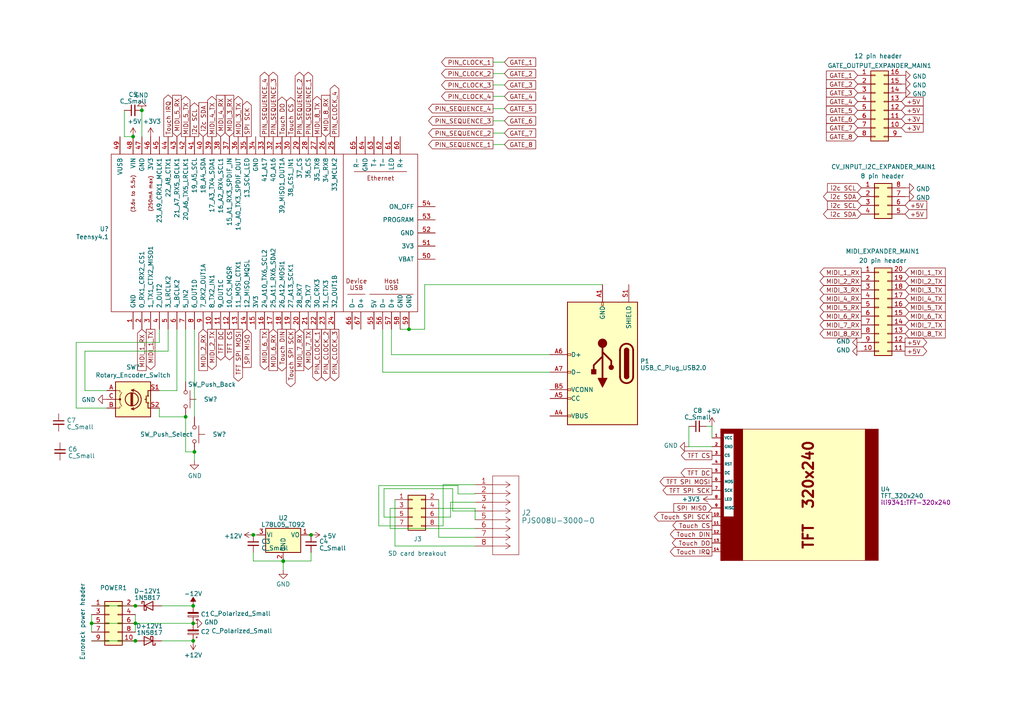
<source format=kicad_sch>
(kicad_sch (version 20230121) (generator eeschema)
  (paper "A4")
  (lib_symbols
    (symbol "2023-04-07_14-22-102:PJS008U-3000-0" (pin_names (offset 0.254) hide)
      (property "Reference" "J" (at 8.89 6.35 0))
      (property "Value" "PJS008U-3000-0" (at 10.16 -10.16 0))
      (symbol "PJS008U-3000-0_1_1"
        (pin bidirectional line (at 0 0 0) (length 5.08) (name "DAT2") (number "1"))
        (pin unspecified line (at 0 -2.54 0) (length 5.08) (name "CD/DAT3") (number "2"))
        (pin unspecified line (at 0 -5.08 0) (length 5.08) (name "CMD") (number "3"))
        (pin power_in line (at 0 -7.62 0) (length 5.08) (name "VDD") (number "4"))
        (pin unspecified line (at 0 -10.16 0) (length 5.08) (name "CLK") (number "5"))
        (pin power_in line (at 0 -12.7 0) (length 5.08) (name "VSS") (number "6"))
        (pin bidirectional line (at 0 -15.24 0) (length 5.08) (name "DAT0") (number "7"))
        (pin bidirectional line (at 0 -17.78 0) (length 5.08) (name "DAT1") (number "8"))
      )
    )
    (symbol "Connector:USB_C_Plug_USB2.0" (pin_names (offset 1.016))
      (property "Reference" "P" (at -10.16 19.05 0))
      (property "Value" "USB_C_Plug_USB2.0" (at 12.7 19.05 0))
      (symbol "USB_C_Plug_USB2.0_1_1"
        (pin passive line (at 0 -22.86 90) (length 5.08) (name "GND") (number "A1"))
        (pin passive line (at 0 -22.86 90) (length 5.08) hide (name "GND") (number "A12"))
        (pin passive line (at 15.24 15.24 180) (length 5.08) (name "VBUS") (number "A4"))
        (pin bidirectional line (at 15.24 10.16 180) (length 5.08) (name "CC") (number "A5"))
        (pin bidirectional line (at 15.24 -2.54 180) (length 5.08) (name "D+") (number "A6"))
        (pin bidirectional line (at 15.24 2.54 180) (length 5.08) (name "D-") (number "A7"))
        (pin passive line (at 15.24 15.24 180) (length 5.08) hide (name "VBUS") (number "A9"))
        (pin passive line (at 0 -22.86 90) (length 5.08) hide (name "GND") (number "B1"))
        (pin passive line (at 0 -22.86 90) (length 5.08) hide (name "GND") (number "B12"))
        (pin passive line (at 15.24 15.24 180) (length 5.08) hide (name "VBUS") (number "B4"))
        (pin bidirectional line (at 15.24 7.62 180) (length 5.08) (name "VCONN") (number "B5"))
        (pin passive line (at 15.24 15.24 180) (length 5.08) hide (name "VBUS") (number "B9"))
        (pin passive line (at -7.62 -22.86 90) (length 5.08) (name "SHIELD") (number "S1"))
      )
    )
    (symbol "Connector_Generic:Conn_02x04_Counter_Clockwise" (pin_names (offset 1.016) hide)
      (property "Reference" "J" (at 1.27 5.08 0))
      (property "Value" "Conn_02x04_Counter_Clockwise" (at 1.27 -7.62 0))
      (symbol "Conn_02x04_Counter_Clockwise_1_1"
        (pin passive line (at -5.08 2.54 0) (length 3.81) (name "Pin_1") (number "1"))
        (pin passive line (at -5.08 0 0) (length 3.81) (name "Pin_2") (number "2"))
        (pin passive line (at -5.08 -2.54 0) (length 3.81) (name "Pin_3") (number "3"))
        (pin passive line (at -5.08 -5.08 0) (length 3.81) (name "Pin_4") (number "4"))
        (pin passive line (at 7.62 -5.08 180) (length 3.81) (name "Pin_5") (number "5"))
        (pin passive line (at 7.62 -2.54 180) (length 3.81) (name "Pin_6") (number "6"))
        (pin passive line (at 7.62 0 180) (length 3.81) (name "Pin_7") (number "7"))
        (pin passive line (at 7.62 2.54 180) (length 3.81) (name "Pin_8") (number "8"))
      )
    )
    (symbol "Connector_Generic:Conn_02x04_Odd_Even" (pin_names (offset 1.016) hide)
      (property "Reference" "J" (at 1.27 5.08 0))
      (property "Value" "Conn_02x04_Odd_Even" (at 1.27 -7.62 0))
      (symbol "Conn_02x04_Odd_Even_1_1"
        (pin passive line (at -5.08 2.54 0) (length 3.81) (name "Pin_1") (number "1"))
        (pin passive line (at 7.62 2.54 180) (length 3.81) (name "Pin_2") (number "2"))
        (pin passive line (at -5.08 0 0) (length 3.81) (name "Pin_3") (number "3"))
        (pin passive line (at 7.62 0 180) (length 3.81) (name "Pin_4") (number "4"))
        (pin passive line (at -5.08 -2.54 0) (length 3.81) (name "Pin_5") (number "5"))
        (pin passive line (at 7.62 -2.54 180) (length 3.81) (name "Pin_6") (number "6"))
        (pin passive line (at -5.08 -5.08 0) (length 3.81) (name "Pin_7") (number "7"))
        (pin passive line (at 7.62 -5.08 180) (length 3.81) (name "Pin_8") (number "8"))
      )
    )
    (symbol "Connector_Generic:Conn_02x05_Odd_Even" (pin_names (offset 1.016) hide)
      (property "Reference" "J" (at 1.27 7.62 0))
      (property "Value" "Conn_02x05_Odd_Even" (at 1.27 -7.62 0))
      (symbol "Conn_02x05_Odd_Even_1_1"
        (pin passive line (at -5.08 5.08 0) (length 3.81) (name "Pin_1") (number "1"))
        (pin passive line (at 7.62 -5.08 180) (length 3.81) (name "Pin_10") (number "10"))
        (pin passive line (at 7.62 5.08 180) (length 3.81) (name "Pin_2") (number "2"))
        (pin passive line (at -5.08 2.54 0) (length 3.81) (name "Pin_3") (number "3"))
        (pin passive line (at 7.62 2.54 180) (length 3.81) (name "Pin_4") (number "4"))
        (pin passive line (at -5.08 0 0) (length 3.81) (name "Pin_5") (number "5"))
        (pin passive line (at 7.62 0 180) (length 3.81) (name "Pin_6") (number "6"))
        (pin passive line (at -5.08 -2.54 0) (length 3.81) (name "Pin_7") (number "7"))
        (pin passive line (at 7.62 -2.54 180) (length 3.81) (name "Pin_8") (number "8"))
        (pin passive line (at -5.08 -5.08 0) (length 3.81) (name "Pin_9") (number "9"))
      )
    )
    (symbol "Connector_Generic:Conn_02x08_Counter_Clockwise" (pin_names (offset 1.016) hide)
      (property "Reference" "J" (at 1.27 10.16 0))
      (property "Value" "Conn_02x08_Counter_Clockwise" (at 1.27 -12.7 0))
      (symbol "Conn_02x08_Counter_Clockwise_1_1"
        (pin passive line (at -5.08 7.62 0) (length 3.81) (name "Pin_1") (number "1"))
        (pin passive line (at 7.62 -7.62 180) (length 3.81) (name "Pin_10") (number "10"))
        (pin passive line (at 7.62 -5.08 180) (length 3.81) (name "Pin_11") (number "11"))
        (pin passive line (at 7.62 -2.54 180) (length 3.81) (name "Pin_12") (number "12"))
        (pin passive line (at 7.62 0 180) (length 3.81) (name "Pin_13") (number "13"))
        (pin passive line (at 7.62 2.54 180) (length 3.81) (name "Pin_14") (number "14"))
        (pin passive line (at 7.62 5.08 180) (length 3.81) (name "Pin_15") (number "15"))
        (pin passive line (at 7.62 7.62 180) (length 3.81) (name "Pin_16") (number "16"))
        (pin passive line (at -5.08 5.08 0) (length 3.81) (name "Pin_2") (number "2"))
        (pin passive line (at -5.08 2.54 0) (length 3.81) (name "Pin_3") (number "3"))
        (pin passive line (at -5.08 0 0) (length 3.81) (name "Pin_4") (number "4"))
        (pin passive line (at -5.08 -2.54 0) (length 3.81) (name "Pin_5") (number "5"))
        (pin passive line (at -5.08 -5.08 0) (length 3.81) (name "Pin_6") (number "6"))
        (pin passive line (at -5.08 -7.62 0) (length 3.81) (name "Pin_7") (number "7"))
        (pin passive line (at -5.08 -10.16 0) (length 3.81) (name "Pin_8") (number "8"))
        (pin passive line (at 7.62 -10.16 180) (length 3.81) (name "Pin_9") (number "9"))
      )
    )
    (symbol "Connector_Generic:Conn_02x10_Counter_Clockwise" (pin_names (offset 1.016) hide)
      (property "Reference" "J" (at 1.27 12.7 0))
      (property "Value" "Conn_02x10_Counter_Clockwise" (at 1.27 -15.24 0))
      (symbol "Conn_02x10_Counter_Clockwise_1_1"
        (pin passive line (at -5.08 10.16 0) (length 3.81) (name "Pin_1") (number "1"))
        (pin passive line (at -5.08 -12.7 0) (length 3.81) (name "Pin_10") (number "10"))
        (pin passive line (at 7.62 -12.7 180) (length 3.81) (name "Pin_11") (number "11"))
        (pin passive line (at 7.62 -10.16 180) (length 3.81) (name "Pin_12") (number "12"))
        (pin passive line (at 7.62 -7.62 180) (length 3.81) (name "Pin_13") (number "13"))
        (pin passive line (at 7.62 -5.08 180) (length 3.81) (name "Pin_14") (number "14"))
        (pin passive line (at 7.62 -2.54 180) (length 3.81) (name "Pin_15") (number "15"))
        (pin passive line (at 7.62 0 180) (length 3.81) (name "Pin_16") (number "16"))
        (pin passive line (at 7.62 2.54 180) (length 3.81) (name "Pin_17") (number "17"))
        (pin passive line (at 7.62 5.08 180) (length 3.81) (name "Pin_18") (number "18"))
        (pin passive line (at 7.62 7.62 180) (length 3.81) (name "Pin_19") (number "19"))
        (pin passive line (at -5.08 7.62 0) (length 3.81) (name "Pin_2") (number "2"))
        (pin passive line (at 7.62 10.16 180) (length 3.81) (name "Pin_20") (number "20"))
        (pin passive line (at -5.08 5.08 0) (length 3.81) (name "Pin_3") (number "3"))
        (pin passive line (at -5.08 2.54 0) (length 3.81) (name "Pin_4") (number "4"))
        (pin passive line (at -5.08 0 0) (length 3.81) (name "Pin_5") (number "5"))
        (pin passive line (at -5.08 -2.54 0) (length 3.81) (name "Pin_6") (number "6"))
        (pin passive line (at -5.08 -5.08 0) (length 3.81) (name "Pin_7") (number "7"))
        (pin passive line (at -5.08 -7.62 0) (length 3.81) (name "Pin_8") (number "8"))
        (pin passive line (at -5.08 -10.16 0) (length 3.81) (name "Pin_9") (number "9"))
      )
    )
    (symbol "Device:C_Polarized_Small" (pin_numbers hide) (pin_names (offset 0.254) hide)
      (property "Reference" "C" (at 0.254 1.778 0))
      (property "Value" "C_Polarized_Small" (at 0.254 -2.032 0))
      (symbol "C_Polarized_Small_1_1"
        (pin passive line (at 0 2.54 270) (length 1.8542) (name "~") (number "1"))
        (pin passive line (at 0 -2.54 90) (length 1.8542) (name "~") (number "2"))
      )
    )
    (symbol "Device:C_Small" (pin_numbers hide) (pin_names (offset 0.254) hide)
      (property "Reference" "C" (at 0.254 1.778 0))
      (property "Value" "C_Small" (at 0.254 -2.032 0))
      (symbol "C_Small_1_1"
        (pin passive line (at 0 2.54 270) (length 2.032) (name "~") (number "1"))
        (pin passive line (at 0 -2.54 90) (length 2.032) (name "~") (number "2"))
      )
    )
    (symbol "Diode:1N5817" (pin_numbers hide) (pin_names (offset 1.016) hide)
      (property "Reference" "D" (at 0 2.54 0))
      (property "Value" "1N5817" (at 0 -2.54 0))
      (symbol "1N5817_1_1"
        (pin passive line (at -3.81 0 0) (length 2.54) (name "K") (number "1"))
        (pin passive line (at 3.81 0 180) (length 2.54) (name "A") (number "2"))
      )
    )
    (symbol "Regulator_Linear:L78L05_TO92" (pin_names (offset 0.254))
      (property "Reference" "U" (at -3.81 3.175 0))
      (property "Value" "L78L05_TO92" (at 0 3.175 0))
      (symbol "L78L05_TO92_1_1"
        (pin power_out line (at 7.62 0 180) (length 2.54) (name "VO") (number "1"))
        (pin power_in line (at 0 -7.62 90) (length 2.54) (name "GND") (number "2"))
        (pin power_in line (at -7.62 0 0) (length 2.54) (name "VI") (number "3"))
      )
    )
    (symbol "Switch:SW_Push" (pin_numbers hide) (pin_names (offset 1.016) hide)
      (property "Reference" "SW" (at 1.27 2.54 0))
      (property "Value" "SW_Push" (at 0 -1.524 0))
      (symbol "SW_Push_0_1"
        (pin passive line (at -5.08 0 0) (length 2.54) (name "1") (number "1"))
        (pin passive line (at 5.08 0 180) (length 2.54) (name "2") (number "2"))
      )
    )
    (symbol "power:+12V" (power) (pin_names (offset 0))
      (property "Value" "+12V" (at 0 3.556 0))
      (symbol "+12V_1_1"
        (pin power_in line (at 0 0 90) (length 0) hide (name "+12V") (number "1"))
      )
    )
    (symbol "power:+3V3" (power) (pin_names (offset 0))
      (property "Value" "+3V3" (at 0 3.556 0))
      (symbol "+3V3_1_1"
        (pin power_in line (at 0 0 90) (length 0) hide (name "+3V3") (number "1"))
      )
    )
    (symbol "power:+5V" (power) (pin_names (offset 0))
      (property "Value" "+5V" (at 0 3.556 0))
      (symbol "+5V_1_1"
        (pin power_in line (at 0 0 90) (length 0) hide (name "+5V") (number "1"))
      )
    )
    (symbol "power:-12V" (power) (pin_names (offset 0))
      (property "Value" "-12V" (at 0 3.81 0))
      (symbol "-12V_0_0"
        (pin power_in line (at 0 0 90) (length 0) hide (name "-12V") (number "1"))
      )
    )
    (symbol "power:GND" (power) (pin_names (offset 0))
      (property "Value" "GND" (at 0 -3.81 0))
      (symbol "GND_1_1"
        (pin power_in line (at 0 0 270) (length 0) hide (name "GND") (number "1"))
      )
    )
    (symbol "tft_320x240:TFT_320x240" (pin_names (offset 1.016))
      (property "Reference" "U?" (at 20.32 25.4001 0))
      (property "Value" "TFT_320x240" (at 20.32 22.8601 0))
      (property "Footprint" "z_Devices:TFT-320x240" (at 20.32 20.3201 0))
      (symbol "TFT_320x240_0_0"
        (text "TFT  320x240" (at 0 25.4 0) (effects (font (size 2.9972 2.9972) bold)))
      )
      (symbol "TFT_320x240_1_1"
        (pin power_in line (at -16.51 -2.54 90) (length 2.54) (name "VCC") (number "1"))
        (pin bidirectional line (at 6.35 -2.54 90) (length 2.54) (name "~") (number "10"))
        (pin bidirectional line (at 8.89 -2.54 90) (length 2.54) (name "~") (number "11"))
        (pin bidirectional line (at 11.43 -2.54 90) (length 2.54) (name "~") (number "12"))
        (pin bidirectional line (at 13.97 -2.54 90) (length 2.54) (name "~") (number "13"))
        (pin bidirectional line (at 16.51 -2.54 90) (length 2.54) (name "~") (number "14"))
        (pin bidirectional line (at -13.97 -2.54 90) (length 2.54) (name "GND") (number "2"))
        (pin bidirectional line (at -11.43 -2.54 90) (length 2.54) (name "CS") (number "3"))
        (pin bidirectional line (at -8.89 -2.54 90) (length 2.54) (name "RST") (number "4"))
        (pin bidirectional line (at -6.35 -2.54 90) (length 2.54) (name "DC") (number "5"))
        (pin bidirectional line (at -3.81 -2.54 90) (length 2.54) (name "MOSI") (number "6"))
        (pin bidirectional line (at -1.27 -2.54 90) (length 2.54) (name "SCK") (number "7"))
        (pin power_in line (at 1.27 -2.54 90) (length 2.54) (name "LED") (number "8"))
        (pin bidirectional line (at 3.81 -2.54 90) (length 2.54) (name "MISO") (number "9"))
      )
    )
    (symbol "usb_midi_clocker circuits-rescue:Rotary_Encoder_Switch-Device" (pin_names (offset 0.254) hide)
      (property "Reference" "SW" (at 0 6.604 0))
      (property "Value" "Device_Rotary_Encoder_Switch" (at 0 -6.604 0))
      (symbol "Rotary_Encoder_Switch-Device_1_1"
        (pin passive line (at -7.62 2.54 0) (length 2.54) (name "A") (number "A"))
        (pin passive line (at -7.62 -2.54 0) (length 2.54) (name "B") (number "B"))
        (pin passive line (at -7.62 0 0) (length 2.54) (name "C") (number "C"))
        (pin passive line (at 7.62 2.54 180) (length 2.54) (name "S1") (number "S1"))
        (pin passive line (at 7.62 -2.54 180) (length 2.54) (name "S2") (number "S2"))
      )
    )
    (symbol "usb_midi_clocker circuits-rescue:Teensy4.1-teensy" (pin_names (offset 1.016))
      (property "Reference" "U" (at 0 64.77 0))
      (property "Value" "teensy_Teensy4.1" (at 0 62.23 0))
      (symbol "Teensy4.1-teensy_0_0"
        (text "(250mA max)" (at 11.43 49.53 0) (effects (font (size 1.016 1.016))))
        (text "(3.6v to 5.5v)" (at 11.43 54.61 0) (effects (font (size 1.016 1.016))))
        (text "Device" (at -13.97 -10.16 900) (effects (font (size 1.27 1.27))))
        (text "Ethernet" (at 15.875 -17.145 900) (effects (font (size 1.27 1.27))))
        (text "Host" (at -13.97 -20.32 900) (effects (font (size 1.27 1.27))))
        (text "USB" (at -15.875 -20.32 900) (effects (font (size 1.27 1.27))))
        (text "USB" (at -15.875 -10.16 900) (effects (font (size 1.27 1.27))))
        (pin bidirectional line (at -27.94 31.75 0) (length 5.08) (name "8_TX2_IN1") (number "10"))
        (pin bidirectional line (at -27.94 29.21 0) (length 5.08) (name "9_OUT1C") (number "11"))
        (pin bidirectional line (at -27.94 26.67 0) (length 5.08) (name "10_CS_MQSR") (number "12"))
        (pin bidirectional line (at -27.94 24.13 0) (length 5.08) (name "11_MOSI_CTX1") (number "13"))
        (pin bidirectional line (at -27.94 21.59 0) (length 5.08) (name "12_MISO_MQSL") (number "14"))
        (pin power_in line (at -27.94 19.05 0) (length 5.08) (name "3V3") (number "15"))
        (pin bidirectional line (at -27.94 16.51 0) (length 5.08) (name "24_A10_TX6_SCL2") (number "16"))
        (pin bidirectional line (at -27.94 13.97 0) (length 5.08) (name "25_A11_RX6_SDA2") (number "17"))
        (pin bidirectional line (at -27.94 11.43 0) (length 5.08) (name "26_A12_MOSI1") (number "18"))
        (pin bidirectional line (at -27.94 8.89 0) (length 5.08) (name "27_A13_SCK1") (number "19"))
        (pin bidirectional line (at -27.94 6.35 0) (length 5.08) (name "28_RX7") (number "20"))
        (pin bidirectional line (at -27.94 3.81 0) (length 5.08) (name "29_TX7") (number "21"))
        (pin bidirectional line (at -27.94 1.27 0) (length 5.08) (name "30_CRX3") (number "22"))
        (pin bidirectional line (at -27.94 -1.27 0) (length 5.08) (name "31_CTX3") (number "23"))
        (pin bidirectional line (at -27.94 -3.81 0) (length 5.08) (name "32_OUT1B") (number "24"))
        (pin bidirectional line (at 27.94 -3.81 180) (length 5.08) (name "33_MCLK2") (number "25"))
        (pin bidirectional line (at 27.94 -1.27 180) (length 5.08) (name "34_RX8") (number "26"))
        (pin bidirectional line (at 27.94 1.27 180) (length 5.08) (name "35_TX8") (number "27"))
        (pin bidirectional line (at 27.94 3.81 180) (length 5.08) (name "36_CS") (number "28"))
        (pin bidirectional line (at 27.94 6.35 180) (length 5.08) (name "37_CS") (number "29"))
        (pin bidirectional line (at 27.94 8.89 180) (length 5.08) (name "38_CS1_IN1") (number "30"))
        (pin bidirectional line (at 27.94 11.43 180) (length 5.08) (name "39_MISO1_OUT1A") (number "31"))
        (pin bidirectional line (at 27.94 13.97 180) (length 5.08) (name "40_A16") (number "32"))
        (pin bidirectional line (at 27.94 16.51 180) (length 5.08) (name "41_A17") (number "33"))
        (pin bidirectional line (at 27.94 21.59 180) (length 5.08) (name "13_SCK_LED") (number "35"))
        (pin bidirectional line (at 27.94 24.13 180) (length 5.08) (name "14_A0_TX3_SPDIF_OUT") (number "36"))
        (pin bidirectional line (at 27.94 26.67 180) (length 5.08) (name "15_A1_RX3_SPDIF_IN") (number "37"))
        (pin bidirectional line (at 27.94 29.21 180) (length 5.08) (name "16_A2_RX4_SCL1") (number "38"))
        (pin bidirectional line (at 27.94 31.75 180) (length 5.08) (name "17_A3_TX4_SDA1") (number "39"))
        (pin bidirectional line (at 27.94 34.29 180) (length 5.08) (name "18_A4_SDA") (number "40"))
        (pin bidirectional line (at 27.94 36.83 180) (length 5.08) (name "19_A5_SCL") (number "41"))
        (pin bidirectional line (at 27.94 39.37 180) (length 5.08) (name "20_A6_TX5_LRCLK1") (number "42"))
        (pin bidirectional line (at 27.94 41.91 180) (length 5.08) (name "21_A7_RX5_BCLK1") (number "43"))
        (pin bidirectional line (at 27.94 44.45 180) (length 5.08) (name "22_A8_CTX1") (number "44"))
        (pin bidirectional line (at 27.94 46.99 180) (length 5.08) (name "23_A9_CRX1_MCLK1") (number "45"))
        (pin output line (at 27.94 49.53 180) (length 5.08) (name "3V3") (number "46"))
        (pin output line (at 27.94 52.07 180) (length 5.08) (name "GND") (number "47"))
        (pin power_in line (at 27.94 54.61 180) (length 5.08) (name "VIN") (number "48"))
        (pin power_out line (at 27.94 58.42 180) (length 5.08) (name "VUSB") (number "49"))
        (pin bidirectional line (at -27.94 44.45 0) (length 5.08) (name "3_LRCLK2") (number "5"))
        (pin power_in line (at -7.62 -33.02 90) (length 5.08) (name "VBAT") (number "50"))
        (pin power_in line (at -3.81 -33.02 90) (length 5.08) (name "3V3") (number "51"))
        (pin input line (at 0 -33.02 90) (length 5.08) (name "GND") (number "52"))
        (pin input line (at 3.81 -33.02 90) (length 5.08) (name "PROGRAM") (number "53"))
        (pin input line (at 7.62 -33.02 90) (length 5.08) (name "ON_OFF") (number "54"))
        (pin power_out line (at -27.94 -15.24 0) (length 5.08) (name "5V") (number "55"))
        (pin bidirectional line (at -27.94 -17.78 0) (length 5.08) (name "D-") (number "56"))
        (pin bidirectional line (at -27.94 -20.32 0) (length 5.08) (name "D+") (number "57"))
        (pin power_in line (at -27.94 -22.86 0) (length 5.08) (name "GND") (number "58"))
        (pin power_in line (at -27.94 -25.4 0) (length 5.08) (name "GND") (number "59"))
        (pin bidirectional line (at -27.94 41.91 0) (length 5.08) (name "4_BCLK2") (number "6"))
        (pin bidirectional line (at 27.94 -22.86 180) (length 5.08) (name "R+") (number "60"))
        (pin bidirectional line (at 27.94 -20.32 180) (length 5.08) (name "LED") (number "61"))
        (pin bidirectional line (at 27.94 -17.78 180) (length 5.08) (name "T-") (number "62"))
        (pin bidirectional line (at 27.94 -15.24 180) (length 5.08) (name "T+") (number "63"))
        (pin power_in line (at 27.94 -12.7 180) (length 5.08) (name "GND") (number "64"))
        (pin bidirectional line (at 27.94 -10.16 180) (length 5.08) (name "R-") (number "65"))
        (pin bidirectional line (at -27.94 -8.89 0) (length 5.08) (name "D-") (number "66"))
        (pin bidirectional line (at -27.94 -11.43 0) (length 5.08) (name "D+") (number "67"))
        (pin bidirectional line (at -27.94 39.37 0) (length 5.08) (name "5_IN2") (number "7"))
        (pin bidirectional line (at -27.94 36.83 0) (length 5.08) (name "6_OUT1D") (number "8"))
        (pin bidirectional line (at -27.94 34.29 0) (length 5.08) (name "7_RX2_OUT1A") (number "9"))
      )
      (symbol "Teensy4.1-teensy_1_1"
        (pin power_in line (at -27.94 54.61 0) (length 5.08) (name "GND") (number "1"))
        (pin bidirectional line (at -27.94 52.07 0) (length 5.08) (name "0_RX1_CRX2_CS1") (number "2"))
        (pin bidirectional line (at -27.94 49.53 0) (length 5.08) (name "1_TX1_CTX2_MISO1") (number "3"))
        (pin power_in line (at 27.94 19.05 180) (length 5.08) (name "GND") (number "34"))
        (pin bidirectional line (at -27.94 46.99 0) (length 5.08) (name "2_OUT2") (number "4"))
      )
    )
  )
  (junction (at 73.4568 155.1432))
  (junction (at 56.0324 175.7172))
  (junction (at 39.2684 175.7172))
  (junction (at 118.618 95.504))
  (junction (at 56.0324 185.8772))
  (junction (at 39.2684 180.7972))
  (junction (at 41.148 32.004))
  (junction (at 90.2208 155.1432))
  (junction (at 56.0324 180.7972))
  (junction (at 82.1436 162.7124))
  (junction (at 39.2684 185.8772))
  (junction (at 26.5684 180.7972))
  (junction (at 38.608 39.624))
  (junction (at 53.848 120.904))
  (junction (at 56.388 131.064))
  (junction (at 82.1436 162.7632))
  (wire (pts (xy 143.002 31.496) (xy 146.304 31.496)))
  (wire (pts (xy 132.842 140.843) (xy 132.842 143.256)))
  (wire (pts (xy 56.388 95.504) (xy 56.388 120.904)))
  (wire (pts (xy 26.5684 185.8772) (xy 39.2684 185.8772)))
  (wire (pts (xy 143.002 18.034) (xy 146.304 18.034)))
  (wire (pts (xy 73.4568 155.1432) (xy 74.5236 155.1432)))
  (wire (pts (xy 137.795 147.447) (xy 137.795 150.749)))
  (wire (pts (xy 114.554 149.987) (xy 111.379 149.987)))
  (wire (pts (xy 46.8884 185.8772) (xy 56.0324 185.8772)))
  (wire (pts (xy 46.228 95.504) (xy 46.228 99.314)))
  (wire (pts (xy 56.388 131.064) (xy 56.388 133.604)))
  (wire (pts (xy 51.308 113.284) (xy 46.228 113.284)))
  (wire (pts (xy 159.512 102.87) (xy 113.538 102.87)))
  (wire (pts (xy 143.002 24.638) (xy 146.304 24.638)))
  (wire (pts (xy 24.638 101.854) (xy 24.638 113.284)))
  (wire (pts (xy 39.2684 178.2572) (xy 39.2684 180.7972)))
  (wire (pts (xy 113.538 102.87) (xy 113.538 95.504)))
  (wire (pts (xy 73.4568 162.7124) (xy 82.1436 162.7124)))
  (wire (pts (xy 26.5684 180.7972) (xy 26.5684 183.3372)))
  (wire (pts (xy 51.308 95.504) (xy 51.308 113.284)))
  (wire (pts (xy 114.554 158.369) (xy 137.795 158.369)))
  (wire (pts (xy 199.7964 129.54) (xy 206.502 129.54)))
  (wire (pts (xy 24.638 113.284) (xy 30.988 113.284)))
  (wire (pts (xy 82.1436 162.7632) (xy 82.1436 165.3032)))
  (wire (pts (xy 143.002 21.336) (xy 146.304 21.336)))
  (wire (pts (xy 143.002 41.91) (xy 146.304 41.91)))
  (wire (pts (xy 118.618 95.504) (xy 116.078 95.504)))
  (wire (pts (xy 48.768 95.504) (xy 48.768 101.854)))
  (wire (pts (xy 41.148 32.004) (xy 41.148 39.624)))
  (wire (pts (xy 36.068 32.004) (xy 36.068 39.624)))
  (wire (pts (xy 127.254 147.447) (xy 137.795 147.447)))
  (wire (pts (xy 143.002 27.94) (xy 146.304 27.94)))
  (wire (pts (xy 204.8764 123.6472) (xy 206.502 123.6472)))
  (wire (pts (xy 82.1436 162.7124) (xy 82.1436 162.7632)))
  (wire (pts (xy 22.098 118.364) (xy 30.988 118.364)))
  (wire (pts (xy 53.848 120.904) (xy 53.848 131.064)))
  (wire (pts (xy 114.554 152.527) (xy 109.855 152.527)))
  (wire (pts (xy 123.19 82.55) (xy 123.19 95.504)))
  (wire (pts (xy 132.842 143.256) (xy 137.795 143.256)))
  (wire (pts (xy 174.752 82.55) (xy 123.19 82.55)))
  (wire (pts (xy 39.2684 180.7972) (xy 56.0324 180.7972)))
  (wire (pts (xy 111.379 149.987) (xy 111.379 141.732)))
  (wire (pts (xy 46.228 118.364) (xy 46.228 120.904)))
  (wire (pts (xy 53.848 95.504) (xy 53.848 110.744)))
  (wire (pts (xy 131.318 148.209) (xy 137.795 148.209)))
  (wire (pts (xy 46.8884 175.7172) (xy 56.0324 175.7172)))
  (wire (pts (xy 36.068 39.624) (xy 38.608 39.624)))
  (wire (pts (xy 128.524 152.527) (xy 128.524 140.589)))
  (wire (pts (xy 109.855 152.527) (xy 109.855 140.843)))
  (wire (pts (xy 48.768 101.854) (xy 24.638 101.854)))
  (wire (pts (xy 131.318 141.732) (xy 131.318 148.209)))
  (wire (pts (xy 22.098 99.314) (xy 22.098 118.364)))
  (wire (pts (xy 143.002 38.608) (xy 146.304 38.608)))
  (wire (pts (xy 130.683 149.987) (xy 130.683 145.669)))
  (wire (pts (xy 26.5684 175.7172) (xy 39.2684 175.7172)))
  (wire (pts (xy 111.379 141.732) (xy 131.318 141.732)))
  (wire (pts (xy 127.254 152.527) (xy 128.524 152.527)))
  (wire (pts (xy 73.4568 160.2232) (xy 73.4568 162.7124)))
  (wire (pts (xy 127.254 149.987) (xy 130.683 149.987)))
  (wire (pts (xy 127.254 155.829) (xy 137.795 155.829)))
  (wire (pts (xy 90.2208 160.2232) (xy 90.2208 162.7124)))
  (wire (pts (xy 206.502 123.6472) (xy 206.502 127)))
  (wire (pts (xy 113.157 147.447) (xy 113.157 153.289)))
  (wire (pts (xy 39.2684 180.7972) (xy 39.2684 183.3372)))
  (wire (pts (xy 130.683 145.669) (xy 137.795 145.669)))
  (wire (pts (xy 26.5684 178.2572) (xy 26.5684 180.7972)))
  (wire (pts (xy 110.998 107.95) (xy 159.512 107.95)))
  (wire (pts (xy 110.998 95.504) (xy 110.998 107.95)))
  (wire (pts (xy 137.795 143.256) (xy 137.795 143.129)))
  (wire (pts (xy 127.254 144.907) (xy 127.254 155.829)))
  (wire (pts (xy 114.554 144.907) (xy 114.554 158.369)))
  (wire (pts (xy 46.228 120.904) (xy 53.848 120.904)))
  (wire (pts (xy 143.002 35.052) (xy 146.304 35.052)))
  (wire (pts (xy 128.524 140.589) (xy 137.795 140.589)))
  (wire (pts (xy 53.848 131.064) (xy 56.388 131.064)))
  (wire (pts (xy 90.2208 162.7124) (xy 82.1436 162.7124)))
  (wire (pts (xy 109.855 140.843) (xy 132.842 140.843)))
  (wire (pts (xy 113.157 153.289) (xy 137.795 153.289)))
  (wire (pts (xy 114.554 147.447) (xy 113.157 147.447)))
  (wire (pts (xy 26.5684 180.7972) (xy 39.2684 180.7972)))
  (wire (pts (xy 123.19 95.504) (xy 118.618 95.504)))
  (wire (pts (xy 46.228 99.314) (xy 22.098 99.314)))
  (wire (pts (xy 199.7964 123.6472) (xy 199.7964 129.54)))
  (wire (pts (xy 89.7636 155.1432) (xy 90.2208 155.1432)))
  (global_label "PIN_SEQUENCE_4" (shape output) (at 76.708 39.624 90) (property "Intersheetrefs" "${INTERSHEET_REFS}" (effects hide)))
  (global_label "i2c SCL" (shape output) (at 56.388 39.624 90) (property "Intersheetrefs" "${INTERSHEET_REFS}" (effects hide)))
  (global_label "PIN_CLOCK_2" (shape output) (at 143.002 21.336 180) (property "Intersheetrefs" "${INTERSHEET_REFS}" (effects hide)))
  (global_label "+5V" (shape input) (at 261.4676 32.004 0) (property "Intersheetrefs" "${INTERSHEET_REFS}" (effects hide)))
  (global_label "Touch IRQ" (shape output) (at 48.768 39.624 90) (property "Intersheetrefs" "${INTERSHEET_REFS}" (effects hide)))
  (global_label "MIDI_5_RX" (shape output) (at 249.809 89.154 180) (property "Intersheetrefs" "${INTERSHEET_REFS}" (effects hide)))
  (global_label "PIN_SEQUENCE_1" (shape output) (at 89.408 39.624 90) (property "Intersheetrefs" "${INTERSHEET_REFS}" (effects hide)))
  (global_label "GATE_1" (shape input) (at 146.304 18.034 0) (property "Intersheetrefs" "${INTERSHEET_REFS}" (effects hide)))
  (global_label "+5V" (shape input) (at 262.509 59.563 0) (property "Intersheetrefs" "${INTERSHEET_REFS}" (effects hide)))
  (global_label "PIN_CLOCK_3" (shape output) (at 97.028 95.504 270) (property "Intersheetrefs" "${INTERSHEET_REFS}" (effects hide)))
  (global_label "PIN_CLOCK_4" (shape output) (at 97.028 39.624 90) (property "Intersheetrefs" "${INTERSHEET_REFS}" (effects hide)))
  (global_label "MIDI_4_TX" (shape input) (at 262.509 86.614 0) (property "Intersheetrefs" "${INTERSHEET_REFS}" (effects hide)))
  (global_label "GATE_6" (shape input) (at 248.7676 34.544 180) (property "Intersheetrefs" "${INTERSHEET_REFS}" (effects hide)))
  (global_label "+5V" (shape output) (at 262.509 99.314 0) (property "Intersheetrefs" "${INTERSHEET_REFS}" (effects hide)))
  (global_label "PIN_SEQUENCE_2" (shape output) (at 86.868 39.624 90) (property "Intersheetrefs" "${INTERSHEET_REFS}" (effects hide)))
  (global_label "PIN_CLOCK_4" (shape output) (at 143.002 27.94 180) (property "Intersheetrefs" "${INTERSHEET_REFS}" (effects hide)))
  (global_label "MIDI_3_RX" (shape output) (at 249.809 84.074 180) (property "Intersheetrefs" "${INTERSHEET_REFS}" (effects hide)))
  (global_label "MIDI_3_TX" (shape input) (at 262.509 84.074 0) (property "Intersheetrefs" "${INTERSHEET_REFS}" (effects hide)))
  (global_label "MIDI_5_TX" (shape input) (at 262.509 89.154 0) (property "Intersheetrefs" "${INTERSHEET_REFS}" (effects hide)))
  (global_label "MIDI_7_RX" (shape input) (at 86.868 95.504 270) (property "Intersheetrefs" "${INTERSHEET_REFS}" (effects hide)))
  (global_label "+5V" (shape output) (at 262.509 101.854 0) (property "Intersheetrefs" "${INTERSHEET_REFS}" (effects hide)))
  (global_label "GATE_3" (shape input) (at 248.7676 26.924 180) (property "Intersheetrefs" "${INTERSHEET_REFS}" (effects hide)))
  (global_label "MIDI_8_TX" (shape output) (at 91.948 39.624 90) (property "Intersheetrefs" "${INTERSHEET_REFS}" (effects hide)))
  (global_label "+5V" (shape input) (at 261.4676 29.464 0) (property "Intersheetrefs" "${INTERSHEET_REFS}" (effects hide)))
  (global_label "MIDI_8_RX" (shape input) (at 94.488 39.624 90) (property "Intersheetrefs" "${INTERSHEET_REFS}" (effects hide)))
  (global_label "MIDI_2_TX" (shape input) (at 262.509 81.534 0) (property "Intersheetrefs" "${INTERSHEET_REFS}" (effects hide)))
  (global_label "MIDI_8_RX" (shape output) (at 249.809 96.774 180) (property "Intersheetrefs" "${INTERSHEET_REFS}" (effects hide)))
  (global_label "PIN_SEQUENCE_3" (shape output) (at 143.002 35.052 180) (property "Intersheetrefs" "${INTERSHEET_REFS}" (effects hide)))
  (global_label "MIDI_7_TX" (shape input) (at 262.509 94.234 0) (property "Intersheetrefs" "${INTERSHEET_REFS}" (effects hide)))
  (global_label "i2c SCL" (shape input) (at 249.809 54.483 180) (property "Intersheetrefs" "${INTERSHEET_REFS}" (effects hide)))
  (global_label "MIDI_1_TX" (shape output) (at 43.688 95.504 270) (property "Intersheetrefs" "${INTERSHEET_REFS}" (effects hide)))
  (global_label "GATE_5" (shape input) (at 146.304 31.496 0) (property "Intersheetrefs" "${INTERSHEET_REFS}" (effects hide)))
  (global_label "MIDI_8_TX" (shape input) (at 262.509 96.774 0) (property "Intersheetrefs" "${INTERSHEET_REFS}" (effects hide)))
  (global_label "Touch DO" (shape output) (at 81.788 39.624 90) (property "Intersheetrefs" "${INTERSHEET_REFS}" (effects hide)))
  (global_label "i2c SDA" (shape input) (at 58.928 39.624 90) (property "Intersheetrefs" "${INTERSHEET_REFS}" (effects hide)))
  (global_label "MIDI_3_TX" (shape output) (at 69.088 39.624 90) (property "Intersheetrefs" "${INTERSHEET_REFS}" (effects hide)))
  (global_label "i2c SDA" (shape bidirectional) (at 249.809 57.023 180) (property "Intersheetrefs" "${INTERSHEET_REFS}" (effects hide)))
  (global_label "MIDI_6_RX" (shape input) (at 79.248 95.504 270) (property "Intersheetrefs" "${INTERSHEET_REFS}" (effects hide)))
  (global_label "TFT SPI MOSI" (shape output) (at 69.088 95.504 270) (property "Intersheetrefs" "${INTERSHEET_REFS}" (effects hide)))
  (global_label "+3V" (shape input) (at 261.4676 37.084 0) (property "Intersheetrefs" "${INTERSHEET_REFS}" (effects hide)))
  (global_label "PIN_SEQUENCE_4" (shape output) (at 143.002 31.496 180) (property "Intersheetrefs" "${INTERSHEET_REFS}" (effects hide)))
  (global_label "PIN_CLOCK_1" (shape output) (at 143.002 18.034 180) (property "Intersheetrefs" "${INTERSHEET_REFS}" (effects hide)))
  (global_label "TFT CS" (shape output) (at 66.548 95.504 270) (property "Intersheetrefs" "${INTERSHEET_REFS}" (effects hide)))
  (global_label "MIDI_4_TX" (shape output) (at 61.468 39.624 90) (property "Intersheetrefs" "${INTERSHEET_REFS}" (effects hide)))
  (global_label "MIDI_3_RX" (shape input) (at 66.548 39.624 90) (property "Intersheetrefs" "${INTERSHEET_REFS}" (effects hide)))
  (global_label "Touch IRQ" (shape output) (at 206.502 160.02 180) (property "Intersheetrefs" "${INTERSHEET_REFS}" (effects hide)))
  (global_label "Touch CS" (shape output) (at 206.502 152.4 180) (property "Intersheetrefs" "${INTERSHEET_REFS}" (effects hide)))
  (global_label "MIDI_7_TX" (shape output) (at 89.408 95.504 270) (property "Intersheetrefs" "${INTERSHEET_REFS}" (effects hide)))
  (global_label "TFT SPI SCK" (shape output) (at 206.502 142.24 180) (property "Intersheetrefs" "${INTERSHEET_REFS}" (effects hide)))
  (global_label "MIDI_5_RX" (shape input) (at 51.308 39.624 90) (property "Intersheetrefs" "${INTERSHEET_REFS}" (effects hide)))
  (global_label "GATE_6" (shape input) (at 146.304 35.052 0) (property "Intersheetrefs" "${INTERSHEET_REFS}" (effects hide)))
  (global_label "SPI MISO" (shape input) (at 206.502 147.32 180) (property "Intersheetrefs" "${INTERSHEET_REFS}" (effects hide)))
  (global_label "MIDI_1_RX" (shape output) (at 249.809 78.994 180) (property "Intersheetrefs" "${INTERSHEET_REFS}" (effects hide)))
  (global_label "GATE_4" (shape input) (at 248.7676 29.464 180) (property "Intersheetrefs" "${INTERSHEET_REFS}" (effects hide)))
  (global_label "TFT DC" (shape output) (at 206.502 137.16 180) (property "Intersheetrefs" "${INTERSHEET_REFS}" (effects hide)))
  (global_label "GATE_7" (shape input) (at 146.304 38.608 0) (property "Intersheetrefs" "${INTERSHEET_REFS}" (effects hide)))
  (global_label "PIN_CLOCK_3" (shape output) (at 143.002 24.638 180) (property "Intersheetrefs" "${INTERSHEET_REFS}" (effects hide)))
  (global_label "PIN_CLOCK_1" (shape output) (at 91.948 95.504 270) (property "Intersheetrefs" "${INTERSHEET_REFS}" (effects hide)))
  (global_label "Touch SPI SCK" (shape output) (at 206.502 149.86 180) (property "Intersheetrefs" "${INTERSHEET_REFS}" (effects hide)))
  (global_label "MIDI_6_TX" (shape input) (at 262.509 91.694 0) (property "Intersheetrefs" "${INTERSHEET_REFS}" (effects hide)))
  (global_label "SPI SCK" (shape output) (at 71.628 39.624 90) (property "Intersheetrefs" "${INTERSHEET_REFS}" (effects hide)))
  (global_label "PIN_SEQUENCE_1" (shape output) (at 143.002 41.91 180) (property "Intersheetrefs" "${INTERSHEET_REFS}" (effects hide)))
  (global_label "PIN_SEQUENCE_3" (shape output) (at 79.248 39.624 90) (property "Intersheetrefs" "${INTERSHEET_REFS}" (effects hide)))
  (global_label "TFT SPI MOSI" (shape output) (at 206.502 139.7 180) (property "Intersheetrefs" "${INTERSHEET_REFS}" (effects hide)))
  (global_label "Touch CS" (shape output) (at 84.328 39.624 90) (property "Intersheetrefs" "${INTERSHEET_REFS}" (effects hide)))
  (global_label "SPI MISO" (shape input) (at 71.628 95.504 270) (property "Intersheetrefs" "${INTERSHEET_REFS}" (effects hide)))
  (global_label "GATE_8" (shape input) (at 146.304 41.91 0) (property "Intersheetrefs" "${INTERSHEET_REFS}" (effects hide)))
  (global_label "MIDI_2_TX" (shape output) (at 61.468 95.504 270) (property "Intersheetrefs" "${INTERSHEET_REFS}" (effects hide)))
  (global_label "MIDI_1_RX" (shape input) (at 41.148 95.504 270) (property "Intersheetrefs" "${INTERSHEET_REFS}" (effects hide)))
  (global_label "MIDI_1_TX" (shape input) (at 262.509 78.994 0) (property "Intersheetrefs" "${INTERSHEET_REFS}" (effects hide)))
  (global_label "TFT DC" (shape output) (at 64.008 95.504 270) (property "Intersheetrefs" "${INTERSHEET_REFS}" (effects hide)))
  (global_label "Touch DO" (shape output) (at 206.502 157.48 180) (property "Intersheetrefs" "${INTERSHEET_REFS}" (effects hide)))
  (global_label "MIDI_7_RX" (shape output) (at 249.809 94.234 180) (property "Intersheetrefs" "${INTERSHEET_REFS}" (effects hide)))
  (global_label "GATE_3" (shape input) (at 146.304 24.638 0) (property "Intersheetrefs" "${INTERSHEET_REFS}" (effects hide)))
  (global_label "PIN_CLOCK_2" (shape output) (at 94.488 95.504 270) (property "Intersheetrefs" "${INTERSHEET_REFS}" (effects hide)))
  (global_label "GATE_4" (shape input) (at 146.304 27.94 0) (property "Intersheetrefs" "${INTERSHEET_REFS}" (effects hide)))
  (global_label "MIDI_2_RX" (shape input) (at 58.928 95.504 270) (property "Intersheetrefs" "${INTERSHEET_REFS}" (effects hide)))
  (global_label "Touch DIN" (shape output) (at 206.502 154.94 180) (property "Intersheetrefs" "${INTERSHEET_REFS}" (effects hide)))
  (global_label "MIDI_2_RX" (shape output) (at 249.809 81.534 180) (property "Intersheetrefs" "${INTERSHEET_REFS}" (effects hide)))
  (global_label "+5V" (shape input) (at 262.509 62.103 0) (property "Intersheetrefs" "${INTERSHEET_REFS}" (effects hide)))
  (global_label "GATE_2" (shape input) (at 248.7676 24.384 180) (property "Intersheetrefs" "${INTERSHEET_REFS}" (effects hide)))
  (global_label "TFT CS" (shape output) (at 206.502 132.08 180) (property "Intersheetrefs" "${INTERSHEET_REFS}" (effects hide)))
  (global_label "GATE_2" (shape input) (at 146.304 21.336 0) (property "Intersheetrefs" "${INTERSHEET_REFS}" (effects hide)))
  (global_label "MIDI_4_RX" (shape input) (at 64.008 39.624 90) (property "Intersheetrefs" "${INTERSHEET_REFS}" (effects hide)))
  (global_label "GATE_1" (shape input) (at 248.7676 21.844 180) (property "Intersheetrefs" "${INTERSHEET_REFS}" (effects hide)))
  (global_label "MIDI_6_RX" (shape output) (at 249.809 91.694 180) (property "Intersheetrefs" "${INTERSHEET_REFS}" (effects hide)))
  (global_label "i2c SCL" (shape input) (at 249.809 59.563 180) (property "Intersheetrefs" "${INTERSHEET_REFS}" (effects hide)))
  (global_label "GATE_7" (shape input) (at 248.7676 37.084 180) (property "Intersheetrefs" "${INTERSHEET_REFS}" (effects hide)))
  (global_label "Touch DIN" (shape output) (at 81.788 95.504 270) (property "Intersheetrefs" "${INTERSHEET_REFS}" (effects hide)))
  (global_label "GATE_8" (shape input) (at 248.7676 39.624 180) (property "Intersheetrefs" "${INTERSHEET_REFS}" (effects hide)))
  (global_label "Touch SPI SCK" (shape output) (at 84.328 95.504 270) (property "Intersheetrefs" "${INTERSHEET_REFS}" (effects hide)))
  (global_label "MIDI_5_TX" (shape output) (at 53.848 39.624 90) (property "Intersheetrefs" "${INTERSHEET_REFS}" (effects hide)))
  (global_label "GATE_5" (shape input) (at 248.7676 32.004 180) (property "Intersheetrefs" "${INTERSHEET_REFS}" (effects hide)))
  (global_label "PIN_SEQUENCE_2" (shape output) (at 143.002 38.608 180) (property "Intersheetrefs" "${INTERSHEET_REFS}" (effects hide)))
  (global_label "i2c SDA" (shape bidirectional) (at 249.809 62.103 180) (property "Intersheetrefs" "${INTERSHEET_REFS}" (effects hide)))
  (global_label "+3V" (shape input) (at 261.4676 34.544 0) (property "Intersheetrefs" "${INTERSHEET_REFS}" (effects hide)))
  (global_label "MIDI_4_RX" (shape output) (at 249.809 86.614 180) (property "Intersheetrefs" "${INTERSHEET_REFS}" (effects hide)))
  (global_label "MIDI_6_TX" (shape output) (at 76.708 95.504 270) (property "Intersheetrefs" "${INTERSHEET_REFS}" (effects hide)))
  (symbol (lib_id "power:GND") (at 262.509 57.023 90) (unit 1)
    (property "Reference" "#PWR032" (effects hide))
    (property "Value" "GND" (at 265.684 57.3398 90) (effects (justify right)))
  )
  (symbol (lib_id "Switch:SW_Push") (at 53.848 115.824 270) (unit 1)
    (property "Reference" "SW?" (at 61.087 115.824 90))
    (property "Value" "SW_Push_Back" (at 61.468 111.506 90))
    (property "Footprint" "Button_Switch_THT:SW_PUSH_6mm_H13mm" (effects hide))
    (instances (project "usb_midi_clocker circuits" (path "" (reference "SW?") (unit 1)) (path "" (reference "SW2") (unit 1))))
  )
  (symbol (lib_id "power:GND") (at 41.148 32.004 180) (unit 1)
    (property "Reference" "#PWR?" (effects hide))
    (property "Value" "GND" (at 41.021 27.6098 0))
    (instances (project "usb_midi_clocker circuits" (path "" (reference "#PWR?") (unit 1)) (path "" (reference "#PWR03") (unit 1))))
  )
  (symbol (lib_id "power:GND") (at 261.4676 26.924 90) (unit 1)
    (property "Reference" "#PWR038" (effects hide))
    (property "Value" "GND" (at 264.6426 27.2408 90) (effects (justify right)))
  )
  (symbol (lib_id "Connector_Generic:Conn_02x04_Odd_Even") (at 119.634 147.447 0) (unit 1)
    (property "Reference" "J3" (at 121.158 156.337 0))
    (property "Value" "SD card breakout" (at 121.031 160.528 0))
    (property "Footprint" "Connector_PinHeader_2.54mm:PinHeader_2x04_P2.54mm_Vertical" (effects hide))
  )
  (symbol (lib_id "Diode:1N5817") (at 43.0784 185.8772 180) (unit 1)
    (property "Reference" "D+12V1" (at 43.3959 181.5973 0))
    (property "Value" "1N5817" (at 43.3959 183.5183 0))
    (property "Footprint" "Diode_THT:D_DO-41_SOD81_P10.16mm_Horizontal" (effects hide))
    (property "Datasheet" "http://www.vishay.com/docs/88525/1n5817.pdf" (effects hide))
  )
  (symbol (lib_id "power:+3V3") (at 206.502 144.78 90) (unit 1)
    (property "Reference" "#PWR?" (effects hide))
    (property "Value" "+3V3" (at 200.406 144.78 90))
    (instances (project "usb_midi_clocker circuits" (path "" (reference "#PWR?") (unit 1)) (path "" (reference "#PWR030") (unit 1))))
  )
  (symbol (lib_id "power:GND") (at 262.509 54.483 90) (unit 1)
    (property "Reference" "#PWR031" (effects hide))
    (property "Value" "GND" (at 265.684 54.7998 90) (effects (justify right)))
  )
  (symbol (lib_id "power:GND") (at 249.809 99.314 270) (unit 1)
    (property "Reference" "#PWR010" (effects hide))
    (property "Value" "GND" (at 246.634 98.9972 90) (effects (justify right)))
  )
  (symbol (lib_id "Regulator_Linear:L78L05_TO92") (at 82.1436 155.1432 0) (unit 1)
    (property "Reference" "U2" (at 82.1436 150.2283 0))
    (property "Value" "L78L05_TO92" (at 82.1436 152.1493 0))
    (property "Footprint" "Package_TO_SOT_THT:TO-92_Inline" (effects hide))
    (property "Datasheet" "http://www.st.com/content/ccc/resource/technical/document/datasheet/15/55/e5/aa/23/5b/43/fd/CD00000446.pdf/files/CD00000446.pdf/jcr:content/translations/en.CD00000446.pdf" (effects hide))
  )
  (symbol (lib_id "Connector_Generic:Conn_02x05_Odd_Even") (at 31.6484 180.7972 0) (unit 1)
    (property "Reference" "POWER1" (at 32.9184 170.5102 0))
    (property "Value" "Eurorack power header" (at 23.9268 180.2892 90))
    (property "Footprint" "Connector_IDC:IDC-Header_2x05_P2.54mm_Vertical" (effects hide))
  )
  (symbol (lib_id "Device:C_Small") (at 17.399 130.937 0) (unit 1)
    (property "Reference" "C6" (at 19.7231 130.2996 0) (effects (justify left)))
    (property "Value" "C_Small" (at 19.7231 132.2206 0) (effects (justify left)))
    (property "Footprint" "Capacitor_THT:C_Axial_L5.1mm_D3.1mm_P7.50mm_Horizontal" (effects hide))
  )
  (symbol (lib_id "Device:C_Polarized_Small") (at 56.0324 178.2572 180) (unit 1)
    (property "Reference" "C1" (at 58.1914 178.1596 0) (effects (justify right)))
    (property "Value" "C_Polarized_Small" (at 60.8584 177.9524 0) (effects (justify right)))
    (property "Footprint" "Capacitor_THT:CP_Radial_D6.3mm_P2.50mm" (effects hide))
  )
  (symbol (lib_id "usb_midi_clocker circuits-rescue:Rotary_Encoder_Switch-Device") (at 38.608 115.824 0) (unit 1)
    (property "Reference" "SW?" (at 38.608 106.5022 0))
    (property "Value" "Rotary_Encoder_Switch" (at 38.608 108.8136 0))
    (property "Footprint" "doctea:RotaryEncoder_Alps_EC11E-Switch_Vertical_H20mm" (effects hide))
    (instances (project "usb_midi_clocker circuits" (path "" (reference "SW?") (unit 1)) (path "" (reference "SW1") (unit 1))))
  )
  (symbol (lib_id "power:+12V") (at 56.0324 185.8772 180) (unit 1)
    (property "Reference" "#PWR013" (effects hide))
    (property "Value" "+12V" (at 56.0324 190.0127 0))
  )
  (symbol (lib_id "power:+12V") (at 73.4568 155.1432 90) (unit 1)
    (property "Reference" "#PWR018" (effects hide))
    (property "Value" "+12V" (at 70.2818 155.46 90) (effects (justify left)))
  )
  (symbol (lib_id "power:GND") (at 56.0324 180.7972 90) (unit 1)
    (property "Reference" "#PWR012" (effects hide))
    (property "Value" "GND" (at 59.2073 180.4804 90) (effects (justify right)))
  )
  (symbol (lib_id "Connector_Generic:Conn_02x10_Counter_Clockwise") (at 254.889 89.154 0) (unit 1)
    (property "Reference" "MIDI_EXPANDER_MAIN1" (at 256.032 72.898 0))
    (property "Value" "20 pin header" (at 256.032 75.565 0))
    (property "Footprint" "Connector_PinHeader_2.54mm:PinHeader_2x10_P2.54mm_Vertical" (effects hide))
  )
  (symbol (lib_id "power:+5V") (at 90.2208 155.1432 270) (unit 1)
    (property "Reference" "#PWR017" (effects hide))
    (property "Value" "+5V" (at 93.3958 155.46 90) (effects (justify left)))
  )
  (symbol (lib_id "Switch:SW_Push") (at 56.388 125.984 270) (unit 1)
    (property "Reference" "SW?" (at 63.627 125.984 90))
    (property "Value" "SW_Push_Select" (at 48.26 125.984 90))
    (property "Footprint" "Button_Switch_THT:SW_PUSH_6mm_H13mm" (effects hide))
    (instances (project "usb_midi_clocker circuits" (path "" (reference "SW?") (unit 1)) (path "" (reference "SW3") (unit 1))))
  )
  (symbol (lib_id "Device:C_Small") (at 38.608 32.004 90) (unit 1)
    (property "Reference" "C5" (at 38.6143 27.432 90))
    (property "Value" "C_Small" (at 38.6143 29.353 90))
    (property "Footprint" "Capacitor_THT:C_Axial_L5.1mm_D3.1mm_P7.50mm_Horizontal" (effects hide))
  )
  (symbol (lib_id "power:GND") (at 249.809 101.854 270) (unit 1)
    (property "Reference" "#PWR09" (effects hide))
    (property "Value" "GND" (at 246.634 101.5372 90) (effects (justify right)))
  )
  (symbol (lib_id "power:GND") (at 82.1436 165.3032 0) (unit 1)
    (property "Reference" "#PWR019" (effects hide))
    (property "Value" "GND" (at 82.1436 169.4387 0))
  )
  (symbol (lib_id "tft_320x240:TFT_320x240") (at 209.042 143.51 270) (unit 1)
    (property "Reference" "U4" (at 255.397 141.9058 90) (effects (justify left)))
    (property "Value" "TFT_320x240" (at 255.397 143.8268 90) (effects (justify left)))
    (property "Footprint" "ili9341:TFT-320x240" (at 255.397 145.7478 90) (effects (justify left)))
  )
  (symbol (lib_id "Connector:USB_C_Plug_USB2.0") (at 174.752 105.41 180) (unit 1)
    (property "Reference" "P1" (at 185.674 104.7663 0) (effects (justify right)))
    (property "Value" "USB_C_Plug_USB2.0" (at 185.674 106.6873 0) (effects (justify right)))
    (property "Footprint" "Connector_USB:USB_A_CONNFLY_DS1095-WNR0" (effects hide))
    (property "Datasheet" "https://www.usb.org/sites/default/files/documents/usb_type-c.zip" (effects hide))
  )
  (symbol (lib_id "power:+5V") (at 38.608 39.624 0) (unit 1)
    (property "Reference" "#PWR?" (effects hide))
    (property "Value" "+5V" (at 38.989 35.2298 0))
    (instances (project "usb_midi_clocker circuits" (path "" (reference "#PWR?") (unit 1)) (path "" (reference "#PWR02") (unit 1))))
  )
  (symbol (lib_id "Device:C_Small") (at 73.4568 157.6832 0) (unit 1)
    (property "Reference" "C3" (at 75.7809 157.0458 0) (effects (justify left)))
    (property "Value" "C_Small" (at 75.7809 158.9668 0) (effects (justify left)))
    (property "Footprint" "Capacitor_THT:C_Axial_L5.1mm_D3.1mm_P7.50mm_Horizontal" (effects hide))
  )
  (symbol (lib_id "power:GND") (at 199.7964 129.54 270) (unit 1)
    (property "Reference" "#PWR029" (effects hide))
    (property "Value" "GND" (at 196.6214 129.2232 90) (effects (justify right)))
  )
  (symbol (lib_id "Connector_Generic:Conn_02x04_Counter_Clockwise") (at 254.889 57.023 0) (unit 1)
    (property "Reference" "CV_INPUT_I2C_EXPANDER_MAIN1" (at 256.286 48.387 0))
    (property "Value" "8 pin header" (at 255.905 51.054 0))
    (property "Footprint" "Connector_PinHeader_2.54mm:PinHeader_2x04_P2.54mm_Vertical" (effects hide))
  )
  (symbol (lib_id "power:+5V") (at 206.502 123.6472 0) (unit 1)
    (property "Reference" "#PWR?" (effects hide))
    (property "Value" "+5V" (at 206.883 119.253 0))
    (instances (project "usb_midi_clocker circuits" (path "" (reference "#PWR?") (unit 1)) (path "" (reference "#PWR028") (unit 1))))
  )
  (symbol (lib_id "Device:C_Polarized_Small") (at 56.0324 183.3372 180) (unit 1)
    (property "Reference" "C2" (at 58.1914 183.2396 0) (effects (justify right)))
    (property "Value" "C_Polarized_Small" (at 61.3156 182.9816 0) (effects (justify right)))
    (property "Footprint" "Capacitor_THT:CP_Radial_D6.3mm_P2.50mm" (effects hide))
  )
  (symbol (lib_id "Connector_Generic:Conn_02x08_Counter_Clockwise") (at 253.8476 29.464 0) (unit 1)
    (property "Reference" "GATE_OUTPUT_EXPANDER_MAIN1" (at 255.1176 19.05 0))
    (property "Value" "12 pin header" (at 254.6604 16.256 0))
    (property "Footprint" "Connector_PinHeader_2.54mm:PinHeader_2x08_P2.54mm_Vertical" (effects hide))
  )
  (symbol (lib_id "power:-12V") (at 56.0324 175.7172 0) (unit 1)
    (property "Reference" "#PWR015" (effects hide))
    (property "Value" "-12V" (at 56.0324 172.2153 0))
  )
  (symbol (lib_id "power:GND") (at 261.4676 21.844 90) (unit 1)
    (property "Reference" "#PWR036" (effects hide))
    (property "Value" "GND" (at 264.6426 22.1608 90) (effects (justify right)))
  )
  (symbol (lib_id "power:GND") (at 30.988 115.824 270) (unit 1)
    (property "Reference" "#PWR?" (effects hide))
    (property "Value" "GND" (at 27.7368 115.951 90) (effects (justify right)))
    (instances (project "usb_midi_clocker circuits" (path "" (reference "#PWR?") (unit 1)) (path "" (reference "#PWR01") (unit 1))))
  )
  (symbol (lib_id "power:GND") (at 261.4676 24.384 90) (unit 1)
    (property "Reference" "#PWR037" (effects hide))
    (property "Value" "GND" (at 264.6426 24.7008 90) (effects (justify right)))
  )
  (symbol (lib_id "power:GND") (at 56.388 133.604 0) (unit 1)
    (property "Reference" "#PWR?" (effects hide))
    (property "Value" "GND" (at 56.515 137.9982 0))
    (instances (project "usb_midi_clocker circuits" (path "" (reference "#PWR?") (unit 1)) (path "" (reference "#PWR05") (unit 1))))
  )
  (symbol (lib_id "Device:C_Small") (at 90.2208 157.6832 0) (unit 1)
    (property "Reference" "C4" (at 92.5449 157.0458 0) (effects (justify left)))
    (property "Value" "C_Small" (at 92.5449 158.9668 0) (effects (justify left)))
    (property "Footprint" "Capacitor_THT:C_Axial_L5.1mm_D3.1mm_P7.50mm_Horizontal" (effects hide))
  )
  (symbol (lib_id "2023-04-07_14-22-102:PJS008U-3000-0") (at 137.795 140.589 0) (unit 1)
    (property "Reference" "J2" (at 151.1935 148.732 0) (effects (font (size 1.524 1.524)) (justify left)))
    (property "Value" "PJS008U-3000-0" (at 151.1935 150.9862 0) (effects (font (size 1.524 1.524)) (justify left)))
    (property "Footprint" "footprints:PJS008U-3000-0" (effects hide))
  )
  (symbol (lib_id "power:+3V3") (at 43.688 39.624 0) (unit 1)
    (property "Reference" "#PWR?" (effects hide))
    (property "Value" "+3V3" (at 44.069 35.2298 0))
    (instances (project "usb_midi_clocker circuits" (path "" (reference "#PWR?") (unit 1)) (path "" (reference "#PWR04") (unit 1))))
  )
  (symbol (lib_id "usb_midi_clocker circuits-rescue:Teensy4.1-teensy") (at 93.218 67.564 90) (unit 1)
    (property "Reference" "U?" (at 31.5722 66.3956 90) (effects (justify left)))
    (property "Value" "Teensy4.1" (at 31.5722 68.707 90) (effects (justify left)))
    (property "Footprint" "teensy:Teensy41" (effects hide))
    (instances (project "usb_midi_clocker circuits" (path "" (reference "U?") (unit 1)) (path "" (reference "U1") (unit 1))))
  )
  (symbol (lib_id "Diode:1N5817") (at 43.0784 175.7172 0) (unit 1)
    (property "Reference" "D-12V1" (at 42.7609 171.4373 0))
    (property "Value" "1N5817" (at 42.7609 173.3583 0))
    (property "Footprint" "Diode_THT:D_DO-41_SOD81_P10.16mm_Horizontal" (effects hide))
    (property "Datasheet" "http://www.vishay.com/docs/88525/1n5817.pdf" (effects hide))
  )
  (symbol (lib_id "Device:C_Small") (at 17.018 122.555 0) (unit 1)
    (property "Reference" "C7" (at 19.3421 121.9176 0) (effects (justify left)))
    (property "Value" "C_Small" (at 19.3421 123.8386 0) (effects (justify left)))
    (property "Footprint" "Capacitor_THT:C_Axial_L5.1mm_D3.1mm_P7.50mm_Horizontal" (effects hide))
  )
  (symbol (lib_id "Device:C_Small") (at 202.3364 123.6472 90) (unit 1)
    (property "Reference" "C8" (at 202.3427 119.0752 90))
    (property "Value" "C_Small" (at 202.3427 120.9962 90))
    (property "Footprint" "Capacitor_THT:C_Axial_L5.1mm_D3.1mm_P7.50mm_Horizontal" (effects hide))
  )
)
</source>
